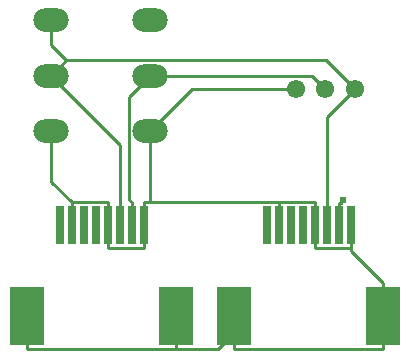
<source format=gtl>
G04 Layer: TopLayer*
G04 EasyEDA v6.5.46, 2025-05-31 14:15:50*
G04 75a4abc2973e463bb7fec089d6695cdc,10*
G04 Gerber Generator version 0.2*
G04 Scale: 100 percent, Rotated: No, Reflected: No *
G04 Dimensions in millimeters *
G04 leading zeros omitted , absolute positions ,4 integer and 5 decimal *
%FSLAX45Y45*%
%MOMM*%

%ADD10C,0.2540*%
%ADD11R,0.7000X3.2800*%
%ADD12R,2.9400X5.0000*%
%ADD13O,2.999994X1.9999959999999999*%
%ADD14C,1.5500*%
%ADD15C,0.6100*%

%LPD*%
D10*
X2070328Y-2636977D02*
G01*
X2070328Y-2033092D01*
X3306013Y-1676400D02*
G01*
X2427020Y-1676400D01*
X2070328Y-2033092D01*
X4048607Y-3876979D02*
G01*
X2784602Y-3876979D01*
X4048607Y-3599078D02*
G01*
X4048607Y-3876979D01*
X2784602Y-3599078D02*
G01*
X2784602Y-3738016D01*
X2784602Y-3738016D02*
G01*
X2784602Y-3876979D01*
X2784602Y-3738016D02*
G01*
X2645638Y-3876979D01*
X2296007Y-3876979D01*
X2296007Y-3599078D02*
G01*
X2296007Y-3876979D01*
X3161614Y-2637154D02*
G01*
X3161791Y-2636977D01*
X3467430Y-2636977D01*
X3467608Y-2637154D01*
X3467608Y-2743200D02*
G01*
X3467608Y-2637154D01*
X3467608Y-2743200D02*
G01*
X3467608Y-2829077D01*
X3467608Y-2829077D02*
G01*
X3467608Y-3020974D01*
X3773601Y-2829077D02*
G01*
X3773601Y-3020974D01*
X4048607Y-3599078D02*
G01*
X4048607Y-3321151D01*
X3773449Y-3021126D02*
G01*
X3773449Y-3045993D01*
X4048607Y-3321151D01*
X3467608Y-3020974D02*
G01*
X3467760Y-3021126D01*
X3773449Y-3021126D01*
X3773449Y-3021126D02*
G01*
X3773601Y-3020974D01*
X3161614Y-2829077D02*
G01*
X3161614Y-2647238D01*
X3161614Y-2647238D02*
G01*
X3161614Y-2637154D01*
X2021001Y-2829077D02*
G01*
X2021001Y-2637154D01*
X1032002Y-3876979D02*
G01*
X2296007Y-3876979D01*
X1032002Y-3599078D02*
G01*
X1032002Y-3876979D01*
X1409014Y-2829077D02*
G01*
X1409014Y-2637154D01*
X1715007Y-2769666D02*
G01*
X1715007Y-2637154D01*
X1715007Y-2769666D02*
G01*
X1715007Y-2829077D01*
X1715007Y-3020974D02*
G01*
X1715160Y-3021126D01*
X2020849Y-3021126D01*
X2021001Y-3020974D01*
X1715007Y-2829077D02*
G01*
X1715007Y-3020974D01*
X2021001Y-2829077D02*
G01*
X2021001Y-3020974D01*
X3161614Y-2637154D02*
G01*
X3161436Y-2636977D01*
X2070328Y-2636977D01*
X2070328Y-2636977D02*
G01*
X2021179Y-2636977D01*
X2021001Y-2637154D01*
X1232128Y-2033092D02*
G01*
X1232128Y-2459913D01*
X1409192Y-2636977D01*
X1409014Y-2637154D02*
G01*
X1409192Y-2636977D01*
X1409192Y-2636977D02*
G01*
X1714830Y-2636977D01*
X1715007Y-2637154D01*
X1817014Y-2829077D02*
G01*
X1817014Y-2637154D01*
X3805986Y-1676400D02*
G01*
X3569614Y-1912772D01*
X3569614Y-2829077D01*
X1232128Y-1563090D02*
G01*
X1817014Y-2147976D01*
X1817014Y-2637154D01*
X1361795Y-1433423D02*
G01*
X1232128Y-1303756D01*
X1232128Y-1093088D01*
X1232128Y-1563090D02*
G01*
X1361795Y-1433423D01*
X1361795Y-1433423D02*
G01*
X3563010Y-1433423D01*
X3805986Y-1676400D01*
X3556025Y-1676400D02*
G01*
X3442715Y-1563090D01*
X2070328Y-1563090D01*
X1918995Y-2637154D02*
G01*
X1890623Y-2608783D01*
X1890623Y-1742795D01*
X2070328Y-1563090D01*
X1918995Y-2829077D02*
G01*
X1918995Y-2637154D01*
X3671595Y-2637154D02*
G01*
X3687038Y-2637154D01*
X3709797Y-2614396D01*
X3671595Y-2829077D02*
G01*
X3671595Y-2637154D01*
D11*
G01*
X2021001Y-2829077D03*
G01*
X1918995Y-2829077D03*
G01*
X1817014Y-2829077D03*
G01*
X1715007Y-2829077D03*
G01*
X1613001Y-2829077D03*
G01*
X1510995Y-2829077D03*
G01*
X1409014Y-2829077D03*
G01*
X1307007Y-2829077D03*
D12*
G01*
X1032002Y-3599078D03*
G01*
X2296007Y-3599078D03*
D11*
G01*
X3773601Y-2829077D03*
G01*
X3671595Y-2829077D03*
G01*
X3569614Y-2829077D03*
G01*
X3467608Y-2829077D03*
G01*
X3365601Y-2829077D03*
G01*
X3263595Y-2829077D03*
G01*
X3161614Y-2829077D03*
G01*
X3059607Y-2829077D03*
D12*
G01*
X2784602Y-3599078D03*
G01*
X4048607Y-3599078D03*
D13*
G01*
X2070328Y-2033092D03*
G01*
X2070328Y-1563090D03*
G01*
X2070328Y-1093088D03*
G01*
X1232128Y-2033092D03*
G01*
X1232128Y-1563090D03*
G01*
X1232128Y-1093088D03*
D14*
G01*
X3306013Y-1676400D03*
G01*
X3556025Y-1676400D03*
G01*
X3805986Y-1676400D03*
D15*
G01*
X3709797Y-2614396D03*
M02*

</source>
